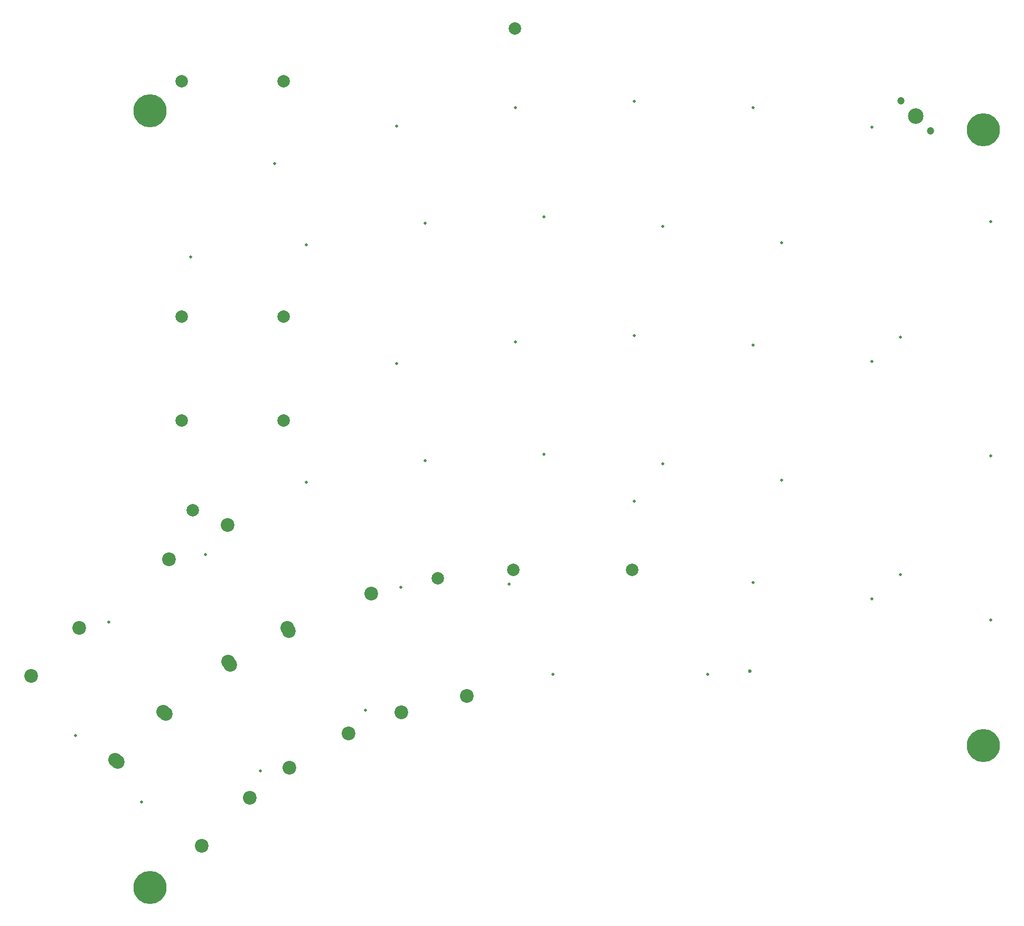
<source format=gbs>
%TF.GenerationSoftware,KiCad,Pcbnew,5.1.12-84ad8e8a86~92~ubuntu20.04.1*%
%TF.CreationDate,2021-11-15T00:08:18+01:00*%
%TF.ProjectId,LergoTopPlate_Rails_LessRouting,4c657267-6f54-46f7-9050-6c6174655f52,v1.A*%
%TF.SameCoordinates,Original*%
%TF.FileFunction,Soldermask,Bot*%
%TF.FilePolarity,Negative*%
%FSLAX46Y46*%
G04 Gerber Fmt 4.6, Leading zero omitted, Abs format (unit mm)*
G04 Created by KiCad (PCBNEW 5.1.12-84ad8e8a86~92~ubuntu20.04.1) date 2021-11-15 00:08:18*
%MOMM*%
%LPD*%
G01*
G04 APERTURE LIST*
%ADD10C,2.200000*%
%ADD11C,0.500000*%
%ADD12C,2.000000*%
%ADD13C,5.300000*%
%ADD14C,1.200000*%
%ADD15C,2.500000*%
%ADD16C,0.600000*%
G04 APERTURE END LIST*
D10*
X138917245Y-131422627D03*
X134142390Y-112413135D03*
X149488850Y-128767223D03*
X120645220Y-117880052D03*
X130445220Y-134854150D03*
X111205544Y-123330052D03*
X121005544Y-140304150D03*
X106945463Y-152886146D03*
X93086171Y-139026854D03*
X114652927Y-145178682D03*
X100793635Y-131319390D03*
X93475079Y-139415762D03*
X79615787Y-125556470D03*
X101182543Y-131708298D03*
X87323251Y-117849006D03*
X111480544Y-123806366D03*
X101680544Y-106832268D03*
X120920220Y-118356366D03*
X111120220Y-101382268D03*
D11*
X97312190Y-145794472D03*
X86705588Y-135187870D03*
X107565382Y-106125107D03*
X92088632Y-116962044D03*
X133202631Y-131049091D03*
X163260001Y-125370001D03*
X116331560Y-140789607D03*
X123700000Y-94510000D03*
X138909139Y-111365824D03*
X138200000Y-75460000D03*
X123700000Y-56410000D03*
X138200000Y-37360000D03*
X156260000Y-110870000D03*
X188100000Y-125370000D03*
X180850000Y-91590000D03*
X195350000Y-110640000D03*
X195350000Y-72540000D03*
X180850000Y-53490000D03*
X195350000Y-34440000D03*
X142750000Y-91010000D03*
X157250000Y-71960000D03*
X142750000Y-52910000D03*
X157250000Y-34360000D03*
X161800000Y-90050000D03*
X176300000Y-97570000D03*
X176300000Y-71000000D03*
X161800000Y-51950000D03*
X176300000Y-33400000D03*
X199900000Y-94170000D03*
X199900000Y-56070000D03*
X214400000Y-113220000D03*
X214400000Y-75120000D03*
X214400000Y-37520000D03*
X233450000Y-116620000D03*
X218950000Y-109350000D03*
X218950000Y-71250000D03*
X233450000Y-90300000D03*
X233450000Y-52700000D03*
X118650000Y-43387500D03*
X105150000Y-58387500D03*
D12*
X103756250Y-84581250D03*
X120043750Y-30157500D03*
X120043750Y-67912500D03*
X103756250Y-67912500D03*
X103756250Y-30157500D03*
X120043750Y-84581250D03*
D13*
X98638899Y-34932171D03*
X98638899Y-159529137D03*
X232220381Y-136740000D03*
X232220381Y-37928844D03*
D12*
X175973750Y-108595000D03*
X156923750Y-108575000D03*
X144793444Y-109920811D03*
X105500000Y-99000000D03*
X157143750Y-21659375D03*
D14*
X223818750Y-38103125D03*
X219056250Y-33340625D03*
D15*
X221437500Y-35721875D03*
D16*
X194800000Y-124820000D03*
M02*

</source>
